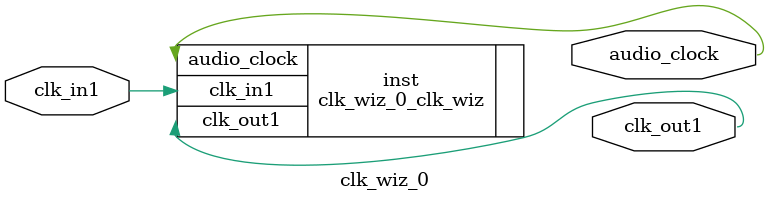
<source format=v>


`timescale 1ps/1ps

(* CORE_GENERATION_INFO = "clk_wiz_0,clk_wiz_v6_0_1_0_0,{component_name=clk_wiz_0,use_phase_alignment=true,use_min_o_jitter=false,use_max_i_jitter=false,use_dyn_phase_shift=false,use_inclk_switchover=false,use_dyn_reconfig=false,enable_axi=0,feedback_source=FDBK_AUTO,PRIMITIVE=MMCM,num_out_clk=2,clkin1_period=10.000,clkin2_period=10.000,use_power_down=false,use_reset=false,use_locked=false,use_inclk_stopped=false,feedback_type=SINGLE,CLOCK_MGR_TYPE=NA,manual_override=false}" *)

module clk_wiz_0 
 (
  // Clock out ports
  output        clk_out1,
  output        audio_clock,
 // Clock in ports
  input         clk_in1
 );

  clk_wiz_0_clk_wiz inst
  (
  // Clock out ports  
  .clk_out1(clk_out1),
  .audio_clock(audio_clock),
 // Clock in ports
  .clk_in1(clk_in1)
  );

endmodule

</source>
